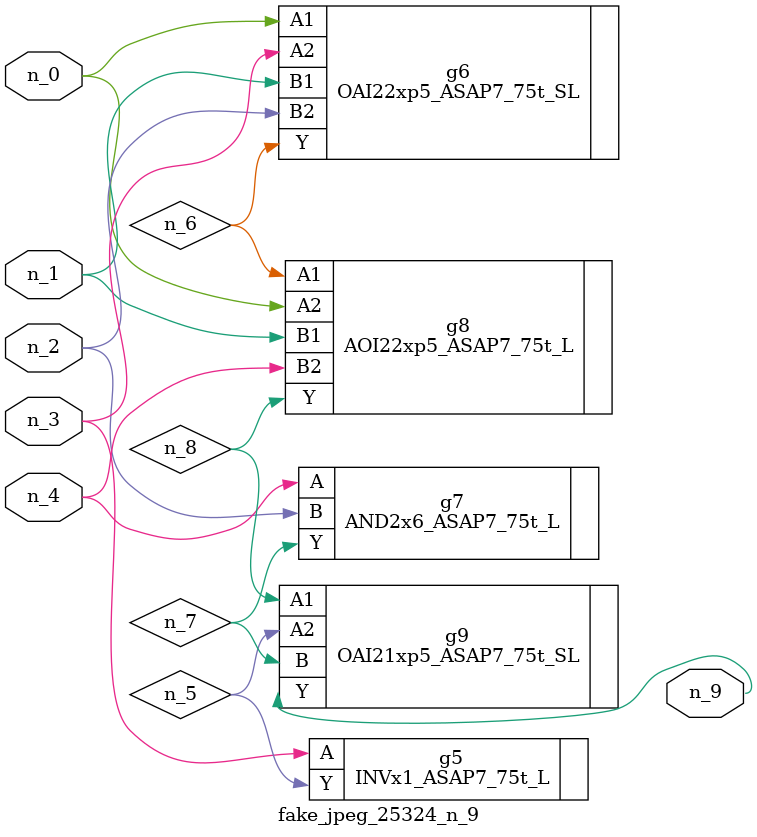
<source format=v>
module fake_jpeg_25324_n_9 (n_3, n_2, n_1, n_0, n_4, n_9);

input n_3;
input n_2;
input n_1;
input n_0;
input n_4;

output n_9;

wire n_8;
wire n_6;
wire n_5;
wire n_7;

INVx1_ASAP7_75t_L g5 ( 
.A(n_3),
.Y(n_5)
);

OAI22xp5_ASAP7_75t_SL g6 ( 
.A1(n_0),
.A2(n_3),
.B1(n_1),
.B2(n_2),
.Y(n_6)
);

AND2x6_ASAP7_75t_L g7 ( 
.A(n_4),
.B(n_2),
.Y(n_7)
);

AOI22xp5_ASAP7_75t_L g8 ( 
.A1(n_6),
.A2(n_0),
.B1(n_1),
.B2(n_4),
.Y(n_8)
);

OAI21xp5_ASAP7_75t_SL g9 ( 
.A1(n_8),
.A2(n_5),
.B(n_7),
.Y(n_9)
);


endmodule
</source>
